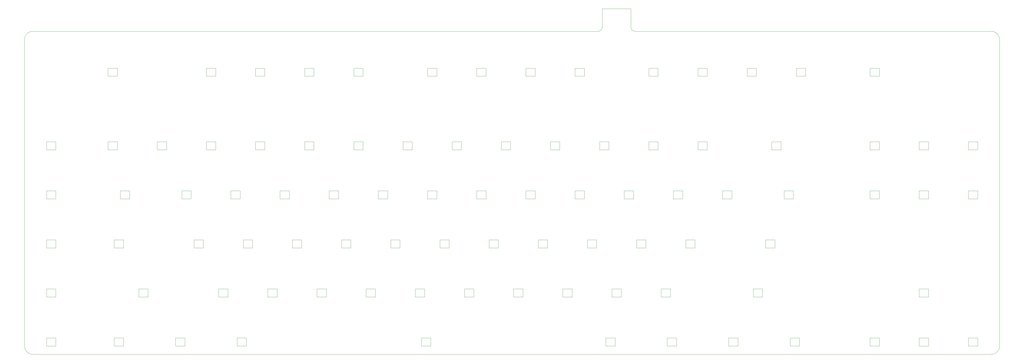
<source format=gm1>
%TF.GenerationSoftware,KiCad,Pcbnew,(6.0.0)*%
%TF.CreationDate,2022-02-20T21:11:03-05:00*%
%TF.ProjectId,keyboard0,6b657962-6f61-4726-9430-2e6b69636164,rev?*%
%TF.SameCoordinates,Original*%
%TF.FileFunction,Profile,NP*%
%FSLAX46Y46*%
G04 Gerber Fmt 4.6, Leading zero omitted, Abs format (unit mm)*
G04 Created by KiCad (PCBNEW (6.0.0)) date 2022-02-20 21:11:03*
%MOMM*%
%LPD*%
G01*
G04 APERTURE LIST*
%TA.AperFunction,Profile*%
%ADD10C,0.100000*%
%TD*%
%TA.AperFunction,Profile*%
%ADD11C,0.120000*%
%TD*%
G04 APERTURE END LIST*
D10*
X397643700Y-90481800D02*
X397643700Y-209536800D01*
X19842500Y-209536800D02*
X19842500Y-90481800D01*
X23017300Y-87307000D02*
X242078500Y-87307000D01*
X256365100Y-87307000D02*
X394468900Y-87307000D01*
X23017300Y-212711600D02*
X394468900Y-212711600D01*
X254777700Y-85719600D02*
G75*
G03*
X256365100Y-87307000I1587401J1D01*
G01*
X397643700Y-90481800D02*
G75*
G03*
X394468900Y-87307000I-3174799J1D01*
G01*
X23017300Y-87307000D02*
G75*
G03*
X19842500Y-90481800I-1J-3174799D01*
G01*
X394468900Y-212711600D02*
G75*
G03*
X397643700Y-209536800I1J3174799D01*
G01*
X19842500Y-209536800D02*
G75*
G03*
X23017300Y-212711600I3174799J-1D01*
G01*
X243665900Y-78576300D02*
X243665900Y-85719600D01*
X254777700Y-78576300D02*
X254777700Y-85719600D01*
X242078500Y-87307000D02*
G75*
G03*
X243665900Y-85719600I-1J1587401D01*
G01*
X254777700Y-78576300D02*
X243665900Y-78576300D01*
D11*
%TO.C,LED16*%
X55771600Y-133304200D02*
X52171600Y-133304200D01*
X52171600Y-133304200D02*
X52171600Y-130204200D01*
X55771600Y-130204200D02*
X55771600Y-133304200D01*
X52171600Y-130204200D02*
X55771600Y-130204200D01*
%TO.C,LED48*%
X351028000Y-152353000D02*
X347428000Y-152353000D01*
X347428000Y-152353000D02*
X347428000Y-149253000D01*
X351028000Y-149253000D02*
X351028000Y-152353000D01*
X347428000Y-149253000D02*
X351028000Y-149253000D01*
%TO.C,LED46*%
X293881600Y-152353000D02*
X290281600Y-152353000D01*
X290281600Y-152353000D02*
X290281600Y-149253000D01*
X293881600Y-149253000D02*
X293881600Y-152353000D01*
X290281600Y-149253000D02*
X293881600Y-149253000D01*
%TO.C,LED81*%
X81963700Y-209499400D02*
X78363700Y-209499400D01*
X78363700Y-209499400D02*
X78363700Y-206399400D01*
X81963700Y-206399400D02*
X81963700Y-209499400D01*
X78363700Y-206399400D02*
X81963700Y-206399400D01*
%TO.C,LED32*%
X389125600Y-133304200D02*
X385525600Y-133304200D01*
X385525600Y-133304200D02*
X385525600Y-130204200D01*
X389125600Y-130204200D02*
X389125600Y-133304200D01*
X385525600Y-130204200D02*
X389125600Y-130204200D01*
%TO.C,LED29*%
X312930400Y-133304200D02*
X309330400Y-133304200D01*
X309330400Y-133304200D02*
X309330400Y-130204200D01*
X312930400Y-130204200D02*
X312930400Y-133304200D01*
X309330400Y-130204200D02*
X312930400Y-130204200D01*
%TO.C,LED52*%
X58152700Y-171401800D02*
X54552700Y-171401800D01*
X54552700Y-171401800D02*
X54552700Y-168301800D01*
X58152700Y-168301800D02*
X58152700Y-171401800D01*
X54552700Y-168301800D02*
X58152700Y-168301800D01*
%TO.C,LED25*%
X227210800Y-133304200D02*
X223610800Y-133304200D01*
X223610800Y-133304200D02*
X223610800Y-130204200D01*
X227210800Y-130204200D02*
X227210800Y-133304200D01*
X223610800Y-130204200D02*
X227210800Y-130204200D01*
%TO.C,LED60*%
X222448600Y-171401800D02*
X218848600Y-171401800D01*
X218848600Y-171401800D02*
X218848600Y-168301800D01*
X222448600Y-168301800D02*
X222448600Y-171401800D01*
X218848600Y-168301800D02*
X222448600Y-168301800D01*
%TO.C,LED90*%
X389125600Y-209499400D02*
X385525600Y-209499400D01*
X385525600Y-209499400D02*
X385525600Y-206399400D01*
X389125600Y-206399400D02*
X389125600Y-209499400D01*
X385525600Y-206399400D02*
X389125600Y-206399400D01*
%TO.C,LED22*%
X170064400Y-133304200D02*
X166464400Y-133304200D01*
X166464400Y-133304200D02*
X166464400Y-130204200D01*
X170064400Y-130204200D02*
X170064400Y-133304200D01*
X166464400Y-130204200D02*
X170064400Y-130204200D01*
%TO.C,LED1*%
X55771600Y-104731000D02*
X52171600Y-104731000D01*
X52171600Y-104731000D02*
X52171600Y-101631000D01*
X55771600Y-101631000D02*
X55771600Y-104731000D01*
X52171600Y-101631000D02*
X55771600Y-101631000D01*
%TO.C,LED59*%
X203399800Y-171401800D02*
X199799800Y-171401800D01*
X199799800Y-171401800D02*
X199799800Y-168301800D01*
X203399800Y-168301800D02*
X203399800Y-171401800D01*
X199799800Y-168301800D02*
X203399800Y-168301800D01*
%TO.C,LED30*%
X351028000Y-133304200D02*
X347428000Y-133304200D01*
X347428000Y-133304200D02*
X347428000Y-130204200D01*
X351028000Y-130204200D02*
X351028000Y-133304200D01*
X347428000Y-130204200D02*
X351028000Y-130204200D01*
%TO.C,LED45*%
X274832800Y-152353000D02*
X271232800Y-152353000D01*
X271232800Y-152353000D02*
X271232800Y-149253000D01*
X274832800Y-149253000D02*
X274832800Y-152353000D01*
X271232800Y-149253000D02*
X274832800Y-149253000D01*
%TO.C,LED4*%
X131966800Y-104731000D02*
X128366800Y-104731000D01*
X128366800Y-104731000D02*
X128366800Y-101631000D01*
X131966800Y-101631000D02*
X131966800Y-104731000D01*
X128366800Y-101631000D02*
X131966800Y-101631000D01*
%TO.C,LED82*%
X105774700Y-209499400D02*
X102174700Y-209499400D01*
X102174700Y-209499400D02*
X102174700Y-206399400D01*
X105774700Y-206399400D02*
X105774700Y-209499400D01*
X102174700Y-206399400D02*
X105774700Y-206399400D01*
%TO.C,LED33*%
X31960600Y-152353000D02*
X28360600Y-152353000D01*
X28360600Y-152353000D02*
X28360600Y-149253000D01*
X31960600Y-149253000D02*
X31960600Y-152353000D01*
X28360600Y-149253000D02*
X31960600Y-149253000D01*
%TO.C,LED36*%
X103393600Y-152353000D02*
X99793600Y-152353000D01*
X99793600Y-152353000D02*
X99793600Y-149253000D01*
X103393600Y-149253000D02*
X103393600Y-152353000D01*
X99793600Y-149253000D02*
X103393600Y-149253000D01*
%TO.C,LED23*%
X189113200Y-133304200D02*
X185513200Y-133304200D01*
X185513200Y-133304200D02*
X185513200Y-130204200D01*
X189113200Y-130204200D02*
X189113200Y-133304200D01*
X185513200Y-130204200D02*
X189113200Y-130204200D01*
%TO.C,LED2*%
X93869200Y-104731000D02*
X90269200Y-104731000D01*
X90269200Y-104731000D02*
X90269200Y-101631000D01*
X93869200Y-101631000D02*
X93869200Y-104731000D01*
X90269200Y-101631000D02*
X93869200Y-101631000D01*
%TO.C,LED5*%
X151015600Y-104731000D02*
X147415600Y-104731000D01*
X147415600Y-104731000D02*
X147415600Y-101631000D01*
X151015600Y-101631000D02*
X151015600Y-104731000D01*
X147415600Y-101631000D02*
X151015600Y-101631000D01*
%TO.C,LED55*%
X127204600Y-171401800D02*
X123604600Y-171401800D01*
X123604600Y-171401800D02*
X123604600Y-168301800D01*
X127204600Y-168301800D02*
X127204600Y-171401800D01*
X123604600Y-168301800D02*
X127204600Y-168301800D01*
%TO.C,LED41*%
X198637600Y-152353000D02*
X195037600Y-152353000D01*
X195037600Y-152353000D02*
X195037600Y-149253000D01*
X198637600Y-149253000D02*
X198637600Y-152353000D01*
X195037600Y-149253000D02*
X198637600Y-149253000D01*
%TO.C,LED88*%
X351028000Y-209499400D02*
X347428000Y-209499400D01*
X347428000Y-209499400D02*
X347428000Y-206399400D01*
X351028000Y-206399400D02*
X351028000Y-209499400D01*
X347428000Y-206399400D02*
X351028000Y-206399400D01*
%TO.C,LED80*%
X58152700Y-209499400D02*
X54552700Y-209499400D01*
X54552700Y-209499400D02*
X54552700Y-206399400D01*
X58152700Y-206399400D02*
X58152700Y-209499400D01*
X54552700Y-206399400D02*
X58152700Y-206399400D01*
%TO.C,LED39*%
X160540000Y-152353000D02*
X156940000Y-152353000D01*
X156940000Y-152353000D02*
X156940000Y-149253000D01*
X160540000Y-149253000D02*
X160540000Y-152353000D01*
X156940000Y-149253000D02*
X160540000Y-149253000D01*
%TO.C,LED71*%
X174826600Y-190450600D02*
X171226600Y-190450600D01*
X171226600Y-190450600D02*
X171226600Y-187350600D01*
X174826600Y-187350600D02*
X174826600Y-190450600D01*
X171226600Y-187350600D02*
X174826600Y-187350600D01*
%TO.C,LED51*%
X31960600Y-171401800D02*
X28360600Y-171401800D01*
X28360600Y-171401800D02*
X28360600Y-168301800D01*
X31960600Y-168301800D02*
X31960600Y-171401800D01*
X28360600Y-168301800D02*
X31960600Y-168301800D01*
%TO.C,LED62*%
X260546200Y-171401800D02*
X256946200Y-171401800D01*
X256946200Y-171401800D02*
X256946200Y-168301800D01*
X260546200Y-168301800D02*
X260546200Y-171401800D01*
X256946200Y-168301800D02*
X260546200Y-168301800D01*
%TO.C,LED15*%
X31960600Y-133304200D02*
X28360600Y-133304200D01*
X28360600Y-133304200D02*
X28360600Y-130204200D01*
X31960600Y-130204200D02*
X31960600Y-133304200D01*
X28360600Y-130204200D02*
X31960600Y-130204200D01*
%TO.C,LED58*%
X184351000Y-171401800D02*
X180751000Y-171401800D01*
X180751000Y-171401800D02*
X180751000Y-168301800D01*
X184351000Y-168301800D02*
X184351000Y-171401800D01*
X180751000Y-168301800D02*
X184351000Y-168301800D01*
%TO.C,LED31*%
X370076800Y-133304200D02*
X366476800Y-133304200D01*
X366476800Y-133304200D02*
X366476800Y-130204200D01*
X370076800Y-130204200D02*
X370076800Y-133304200D01*
X366476800Y-130204200D02*
X370076800Y-130204200D01*
%TO.C,LED10*%
X265308400Y-104731000D02*
X261708400Y-104731000D01*
X261708400Y-104731000D02*
X261708400Y-101631000D01*
X265308400Y-101631000D02*
X265308400Y-104731000D01*
X261708400Y-101631000D02*
X265308400Y-101631000D01*
%TO.C,LED87*%
X320073700Y-209499400D02*
X316473700Y-209499400D01*
X316473700Y-209499400D02*
X316473700Y-206399400D01*
X320073700Y-206399400D02*
X320073700Y-209499400D01*
X316473700Y-206399400D02*
X320073700Y-206399400D01*
%TO.C,LED26*%
X246259600Y-133304200D02*
X242659600Y-133304200D01*
X242659600Y-133304200D02*
X242659600Y-130204200D01*
X246259600Y-130204200D02*
X246259600Y-133304200D01*
X242659600Y-130204200D02*
X246259600Y-130204200D01*
%TO.C,LED8*%
X217686400Y-104731000D02*
X214086400Y-104731000D01*
X214086400Y-104731000D02*
X214086400Y-101631000D01*
X217686400Y-101631000D02*
X217686400Y-104731000D01*
X214086400Y-101631000D02*
X217686400Y-101631000D01*
%TO.C,LED40*%
X179588800Y-152353000D02*
X175988800Y-152353000D01*
X175988800Y-152353000D02*
X175988800Y-149253000D01*
X179588800Y-149253000D02*
X179588800Y-152353000D01*
X175988800Y-149253000D02*
X179588800Y-149253000D01*
%TO.C,LED43*%
X236735200Y-152353000D02*
X233135200Y-152353000D01*
X233135200Y-152353000D02*
X233135200Y-149253000D01*
X236735200Y-149253000D02*
X236735200Y-152353000D01*
X233135200Y-149253000D02*
X236735200Y-149253000D01*
%TO.C,LED11*%
X284357200Y-104731000D02*
X280757200Y-104731000D01*
X280757200Y-104731000D02*
X280757200Y-101631000D01*
X284357200Y-101631000D02*
X284357200Y-104731000D01*
X280757200Y-101631000D02*
X284357200Y-101631000D01*
%TO.C,LED72*%
X193875400Y-190450600D02*
X190275400Y-190450600D01*
X190275400Y-190450600D02*
X190275400Y-187350600D01*
X193875400Y-187350600D02*
X193875400Y-190450600D01*
X190275400Y-187350600D02*
X193875400Y-187350600D01*
%TO.C,LED79*%
X31960600Y-209499400D02*
X28360600Y-209499400D01*
X28360600Y-209499400D02*
X28360600Y-206399400D01*
X31960600Y-206399400D02*
X31960600Y-209499400D01*
X28360600Y-206399400D02*
X31960600Y-206399400D01*
%TO.C,LED74*%
X231973000Y-190450600D02*
X228373000Y-190450600D01*
X228373000Y-190450600D02*
X228373000Y-187350600D01*
X231973000Y-187350600D02*
X231973000Y-190450600D01*
X228373000Y-187350600D02*
X231973000Y-187350600D01*
%TO.C,LED76*%
X270070600Y-190450600D02*
X266470600Y-190450600D01*
X266470600Y-190450600D02*
X266470600Y-187350600D01*
X270070600Y-187350600D02*
X270070600Y-190450600D01*
X266470600Y-187350600D02*
X270070600Y-187350600D01*
%TO.C,LED83*%
X177207700Y-209499400D02*
X173607700Y-209499400D01*
X173607700Y-209499400D02*
X173607700Y-206399400D01*
X177207700Y-206399400D02*
X177207700Y-209499400D01*
X173607700Y-206399400D02*
X177207700Y-206399400D01*
%TO.C,LED67*%
X98631400Y-190450600D02*
X95031400Y-190450600D01*
X95031400Y-190450600D02*
X95031400Y-187350600D01*
X98631400Y-187350600D02*
X98631400Y-190450600D01*
X95031400Y-187350600D02*
X98631400Y-187350600D01*
%TO.C,LED73*%
X212924200Y-190450600D02*
X209324200Y-190450600D01*
X209324200Y-190450600D02*
X209324200Y-187350600D01*
X212924200Y-187350600D02*
X212924200Y-190450600D01*
X209324200Y-187350600D02*
X212924200Y-187350600D01*
%TO.C,LED54*%
X108155800Y-171401800D02*
X104555800Y-171401800D01*
X104555800Y-171401800D02*
X104555800Y-168301800D01*
X108155800Y-168301800D02*
X108155800Y-171401800D01*
X104555800Y-168301800D02*
X108155800Y-168301800D01*
%TO.C,LED38*%
X141491200Y-152353000D02*
X137891200Y-152353000D01*
X137891200Y-152353000D02*
X137891200Y-149253000D01*
X141491200Y-149253000D02*
X141491200Y-152353000D01*
X137891200Y-149253000D02*
X141491200Y-149253000D01*
%TO.C,LED78*%
X370076800Y-190450600D02*
X366476800Y-190450600D01*
X366476800Y-190450600D02*
X366476800Y-187350600D01*
X370076800Y-187350600D02*
X370076800Y-190450600D01*
X366476800Y-187350600D02*
X370076800Y-187350600D01*
%TO.C,LED6*%
X179588800Y-104731000D02*
X175988800Y-104731000D01*
X175988800Y-104731000D02*
X175988800Y-101631000D01*
X179588800Y-101631000D02*
X179588800Y-104731000D01*
X175988800Y-101631000D02*
X179588800Y-101631000D01*
%TO.C,LED66*%
X67677100Y-190450600D02*
X64077100Y-190450600D01*
X64077100Y-190450600D02*
X64077100Y-187350600D01*
X67677100Y-187350600D02*
X67677100Y-190450600D01*
X64077100Y-187350600D02*
X67677100Y-187350600D01*
%TO.C,LED89*%
X370076800Y-209499400D02*
X366476800Y-209499400D01*
X366476800Y-209499400D02*
X366476800Y-206399400D01*
X370076800Y-206399400D02*
X370076800Y-209499400D01*
X366476800Y-206399400D02*
X370076800Y-206399400D01*
%TO.C,LED44*%
X255784000Y-152353000D02*
X252184000Y-152353000D01*
X252184000Y-152353000D02*
X252184000Y-149253000D01*
X255784000Y-149253000D02*
X255784000Y-152353000D01*
X252184000Y-149253000D02*
X255784000Y-149253000D01*
%TO.C,LED35*%
X84344800Y-152353000D02*
X80744800Y-152353000D01*
X80744800Y-152353000D02*
X80744800Y-149253000D01*
X84344800Y-149253000D02*
X84344800Y-152353000D01*
X80744800Y-149253000D02*
X84344800Y-149253000D01*
%TO.C,LED14*%
X351028000Y-104732000D02*
X347428000Y-104732000D01*
X347428000Y-104732000D02*
X347428000Y-101632000D01*
X351028000Y-101632000D02*
X351028000Y-104732000D01*
X347428000Y-101632000D02*
X351028000Y-101632000D01*
%TO.C,LED69*%
X136729000Y-190450600D02*
X133129000Y-190450600D01*
X133129000Y-190450600D02*
X133129000Y-187350600D01*
X136729000Y-187350600D02*
X136729000Y-190450600D01*
X133129000Y-187350600D02*
X136729000Y-187350600D01*
%TO.C,LED9*%
X236735200Y-104731000D02*
X233135200Y-104731000D01*
X233135200Y-104731000D02*
X233135200Y-101631000D01*
X236735200Y-101631000D02*
X236735200Y-104731000D01*
X233135200Y-101631000D02*
X236735200Y-101631000D01*
%TO.C,LED42*%
X217686400Y-152353000D02*
X214086400Y-152353000D01*
X214086400Y-152353000D02*
X214086400Y-149253000D01*
X217686400Y-149253000D02*
X217686400Y-152353000D01*
X214086400Y-149253000D02*
X217686400Y-149253000D01*
%TO.C,LED24*%
X208162000Y-133304200D02*
X204562000Y-133304200D01*
X204562000Y-133304200D02*
X204562000Y-130204200D01*
X208162000Y-130204200D02*
X208162000Y-133304200D01*
X204562000Y-130204200D02*
X208162000Y-130204200D01*
%TO.C,LED70*%
X155777800Y-190450600D02*
X152177800Y-190450600D01*
X152177800Y-190450600D02*
X152177800Y-187350600D01*
X155777800Y-187350600D02*
X155777800Y-190450600D01*
X152177800Y-187350600D02*
X155777800Y-187350600D01*
%TO.C,LED27*%
X265308400Y-133304200D02*
X261708400Y-133304200D01*
X261708400Y-133304200D02*
X261708400Y-130204200D01*
X265308400Y-130204200D02*
X265308400Y-133304200D01*
X261708400Y-130204200D02*
X265308400Y-130204200D01*
%TO.C,LED7*%
X198637600Y-104731000D02*
X195037600Y-104731000D01*
X195037600Y-104731000D02*
X195037600Y-101631000D01*
X198637600Y-101631000D02*
X198637600Y-104731000D01*
X195037600Y-101631000D02*
X198637600Y-101631000D01*
%TO.C,LED17*%
X74820400Y-133304200D02*
X71220400Y-133304200D01*
X71220400Y-133304200D02*
X71220400Y-130204200D01*
X74820400Y-130204200D02*
X74820400Y-133304200D01*
X71220400Y-130204200D02*
X74820400Y-130204200D01*
%TO.C,LED63*%
X279595000Y-171401800D02*
X275995000Y-171401800D01*
X275995000Y-171401800D02*
X275995000Y-168301800D01*
X279595000Y-168301800D02*
X279595000Y-171401800D01*
X275995000Y-168301800D02*
X279595000Y-168301800D01*
%TO.C,LED85*%
X272451700Y-209499400D02*
X268851700Y-209499400D01*
X268851700Y-209499400D02*
X268851700Y-206399400D01*
X272451700Y-206399400D02*
X272451700Y-209499400D01*
X268851700Y-206399400D02*
X272451700Y-206399400D01*
%TO.C,LED68*%
X117680200Y-190450600D02*
X114080200Y-190450600D01*
X114080200Y-190450600D02*
X114080200Y-187350600D01*
X117680200Y-187350600D02*
X117680200Y-190450600D01*
X114080200Y-187350600D02*
X117680200Y-187350600D01*
%TO.C,LED21*%
X151015600Y-133304200D02*
X147415600Y-133304200D01*
X147415600Y-133304200D02*
X147415600Y-130204200D01*
X151015600Y-130204200D02*
X151015600Y-133304200D01*
X147415600Y-130204200D02*
X151015600Y-130204200D01*
%TO.C,LED50*%
X389125600Y-152353000D02*
X385525600Y-152353000D01*
X385525600Y-152353000D02*
X385525600Y-149253000D01*
X389125600Y-149253000D02*
X389125600Y-152353000D01*
X385525600Y-149253000D02*
X389125600Y-149253000D01*
%TO.C,LED12*%
X303406000Y-104731000D02*
X299806000Y-104731000D01*
X299806000Y-104731000D02*
X299806000Y-101631000D01*
X303406000Y-101631000D02*
X303406000Y-104731000D01*
X299806000Y-101631000D02*
X303406000Y-101631000D01*
%TO.C,LED3*%
X112918000Y-104731000D02*
X109318000Y-104731000D01*
X109318000Y-104731000D02*
X109318000Y-101631000D01*
X112918000Y-101631000D02*
X112918000Y-104731000D01*
X109318000Y-101631000D02*
X112918000Y-101631000D01*
%TO.C,LED77*%
X305787100Y-190450600D02*
X302187100Y-190450600D01*
X302187100Y-190450600D02*
X302187100Y-187350600D01*
X305787100Y-187350600D02*
X305787100Y-190450600D01*
X302187100Y-187350600D02*
X305787100Y-187350600D01*
%TO.C,LED53*%
X89107000Y-171401800D02*
X85507000Y-171401800D01*
X85507000Y-171401800D02*
X85507000Y-168301800D01*
X89107000Y-168301800D02*
X89107000Y-171401800D01*
X85507000Y-168301800D02*
X89107000Y-168301800D01*
%TO.C,LED34*%
X60533800Y-152353000D02*
X56933800Y-152353000D01*
X56933800Y-152353000D02*
X56933800Y-149253000D01*
X60533800Y-149253000D02*
X60533800Y-152353000D01*
X56933800Y-149253000D02*
X60533800Y-149253000D01*
%TO.C,LED13*%
X322454800Y-104731000D02*
X318854800Y-104731000D01*
X318854800Y-104731000D02*
X318854800Y-101631000D01*
X322454800Y-101631000D02*
X322454800Y-104731000D01*
X318854800Y-101631000D02*
X322454800Y-101631000D01*
%TO.C,LED28*%
X284357200Y-133304200D02*
X280757200Y-133304200D01*
X280757200Y-133304200D02*
X280757200Y-130204200D01*
X284357200Y-130204200D02*
X284357200Y-133304200D01*
X280757200Y-130204200D02*
X284357200Y-130204200D01*
%TO.C,LED19*%
X112918000Y-133304200D02*
X109318000Y-133304200D01*
X109318000Y-133304200D02*
X109318000Y-130204200D01*
X112918000Y-130204200D02*
X112918000Y-133304200D01*
X109318000Y-130204200D02*
X112918000Y-130204200D01*
%TO.C,LED75*%
X251021800Y-190450600D02*
X247421800Y-190450600D01*
X247421800Y-190450600D02*
X247421800Y-187350600D01*
X251021800Y-187350600D02*
X251021800Y-190450600D01*
X247421800Y-187350600D02*
X251021800Y-187350600D01*
%TO.C,LED47*%
X317692600Y-152353000D02*
X314092600Y-152353000D01*
X314092600Y-152353000D02*
X314092600Y-149253000D01*
X317692600Y-149253000D02*
X317692600Y-152353000D01*
X314092600Y-149253000D02*
X317692600Y-149253000D01*
%TO.C,LED84*%
X248640700Y-209499400D02*
X245040700Y-209499400D01*
X245040700Y-209499400D02*
X245040700Y-206399400D01*
X248640700Y-206399400D02*
X248640700Y-209499400D01*
X245040700Y-206399400D02*
X248640700Y-206399400D01*
%TO.C,LED86*%
X296262700Y-209499400D02*
X292662700Y-209499400D01*
X292662700Y-209499400D02*
X292662700Y-206399400D01*
X296262700Y-206399400D02*
X296262700Y-209499400D01*
X292662700Y-206399400D02*
X296262700Y-206399400D01*
%TO.C,LED57*%
X165302200Y-171401800D02*
X161702200Y-171401800D01*
X161702200Y-171401800D02*
X161702200Y-168301800D01*
X165302200Y-168301800D02*
X165302200Y-171401800D01*
X161702200Y-168301800D02*
X165302200Y-168301800D01*
%TO.C,LED49*%
X370076800Y-152353000D02*
X366476800Y-152353000D01*
X366476800Y-152353000D02*
X366476800Y-149253000D01*
X370076800Y-149253000D02*
X370076800Y-152353000D01*
X366476800Y-149253000D02*
X370076800Y-149253000D01*
%TO.C,LED64*%
X310549300Y-171401800D02*
X306949300Y-171401800D01*
X306949300Y-171401800D02*
X306949300Y-168301800D01*
X310549300Y-168301800D02*
X310549300Y-171401800D01*
X306949300Y-168301800D02*
X310549300Y-168301800D01*
%TO.C,LED18*%
X93869200Y-133304200D02*
X90269200Y-133304200D01*
X90269200Y-133304200D02*
X90269200Y-130204200D01*
X93869200Y-130204200D02*
X93869200Y-133304200D01*
X90269200Y-130204200D02*
X93869200Y-130204200D01*
%TO.C,LED65*%
X31960600Y-190450600D02*
X28360600Y-190450600D01*
X28360600Y-190450600D02*
X28360600Y-187350600D01*
X31960600Y-187350600D02*
X31960600Y-190450600D01*
X28360600Y-187350600D02*
X31960600Y-187350600D01*
%TO.C,LED56*%
X146253400Y-171401800D02*
X142653400Y-171401800D01*
X142653400Y-171401800D02*
X142653400Y-168301800D01*
X146253400Y-168301800D02*
X146253400Y-171401800D01*
X142653400Y-168301800D02*
X146253400Y-168301800D01*
%TO.C,LED61*%
X241497400Y-171401800D02*
X237897400Y-171401800D01*
X237897400Y-171401800D02*
X237897400Y-168301800D01*
X241497400Y-168301800D02*
X241497400Y-171401800D01*
X237897400Y-168301800D02*
X241497400Y-168301800D01*
%TO.C,LED20*%
X131966800Y-133304200D02*
X128366800Y-133304200D01*
X128366800Y-133304200D02*
X128366800Y-130204200D01*
X131966800Y-130204200D02*
X131966800Y-133304200D01*
X128366800Y-130204200D02*
X131966800Y-130204200D01*
%TO.C,LED37*%
X122442400Y-152353000D02*
X118842400Y-152353000D01*
X118842400Y-152353000D02*
X118842400Y-149253000D01*
X122442400Y-149253000D02*
X122442400Y-152353000D01*
X118842400Y-149253000D02*
X122442400Y-149253000D01*
%TD*%
M02*

</source>
